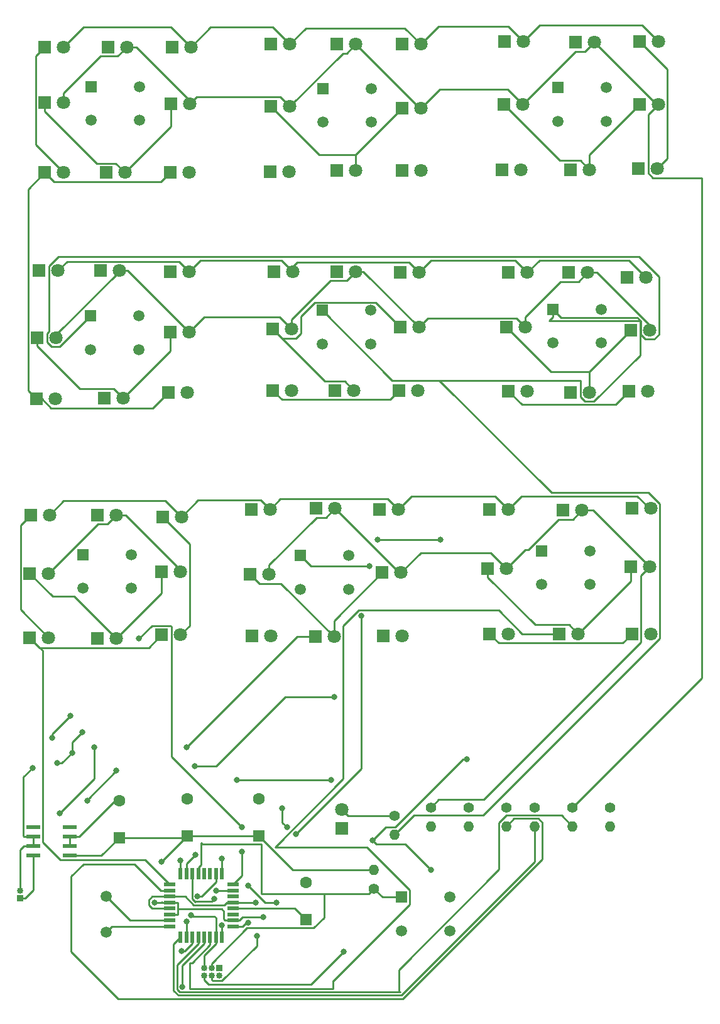
<source format=gbr>
%TF.GenerationSoftware,KiCad,Pcbnew,(5.1.7)-1*%
%TF.CreationDate,2021-01-28T11:15:26+10:00*%
%TF.ProjectId,TickTacToe,5469636b-5461-4635-946f-652e6b696361,rev?*%
%TF.SameCoordinates,Original*%
%TF.FileFunction,Copper,L1,Top*%
%TF.FilePolarity,Positive*%
%FSLAX46Y46*%
G04 Gerber Fmt 4.6, Leading zero omitted, Abs format (unit mm)*
G04 Created by KiCad (PCBNEW (5.1.7)-1) date 2021-01-28 11:15:26*
%MOMM*%
%LPD*%
G01*
G04 APERTURE LIST*
%TA.AperFunction,ComponentPad*%
%ADD10O,0.850000X0.850000*%
%TD*%
%TA.AperFunction,ComponentPad*%
%ADD11R,0.850000X0.850000*%
%TD*%
%TA.AperFunction,ComponentPad*%
%ADD12R,1.600000X1.600000*%
%TD*%
%TA.AperFunction,ComponentPad*%
%ADD13C,1.600000*%
%TD*%
%TA.AperFunction,ComponentPad*%
%ADD14R,1.800000X1.800000*%
%TD*%
%TA.AperFunction,ComponentPad*%
%ADD15C,1.800000*%
%TD*%
%TA.AperFunction,ComponentPad*%
%ADD16O,1.400000X1.400000*%
%TD*%
%TA.AperFunction,ComponentPad*%
%ADD17C,1.400000*%
%TD*%
%TA.AperFunction,ComponentPad*%
%ADD18C,1.498000*%
%TD*%
%TA.AperFunction,ComponentPad*%
%ADD19R,1.498000X1.498000*%
%TD*%
%TA.AperFunction,SMDPad,CuDef*%
%ADD20R,1.600000X0.550000*%
%TD*%
%TA.AperFunction,SMDPad,CuDef*%
%ADD21R,0.550000X1.600000*%
%TD*%
%TA.AperFunction,ComponentPad*%
%ADD22C,1.500000*%
%TD*%
%TA.AperFunction,SMDPad,CuDef*%
%ADD23R,1.970000X0.600000*%
%TD*%
%TA.AperFunction,ViaPad*%
%ADD24C,0.800000*%
%TD*%
%TA.AperFunction,Conductor*%
%ADD25C,0.250000*%
%TD*%
G04 APERTURE END LIST*
D10*
%TO.P,J2,2*%
%TO.N,GND*%
X38608000Y-159782000D03*
D11*
%TO.P,J2,1*%
%TO.N,+BATT*%
X38608000Y-160782000D03*
%TD*%
D12*
%TO.P,C1,1*%
%TO.N,Net-(C1-Pad1)*%
X77089000Y-163703000D03*
D13*
%TO.P,C1,2*%
%TO.N,GND*%
X77089000Y-158703000D03*
%TD*%
%TO.P,C2,2*%
%TO.N,GND*%
X51943000Y-147654000D03*
D12*
%TO.P,C2,1*%
%TO.N,+5V*%
X51943000Y-152654000D03*
%TD*%
D13*
%TO.P,C3,2*%
%TO.N,GND*%
X61087000Y-147400000D03*
D12*
%TO.P,C3,1*%
%TO.N,+5V*%
X61087000Y-152400000D03*
%TD*%
%TO.P,C4,1*%
%TO.N,+5V*%
X70739000Y-152400000D03*
D13*
%TO.P,C4,2*%
%TO.N,GND*%
X70739000Y-147400000D03*
%TD*%
D14*
%TO.P,D1,1*%
%TO.N,GND*%
X81915000Y-151384000D03*
D15*
%TO.P,D1,2*%
%TO.N,Net-(D1-Pad2)*%
X81915000Y-148844000D03*
%TD*%
%TO.P,D2,2*%
%TO.N,X3*%
X44450000Y-46228000D03*
D14*
%TO.P,D2,1*%
%TO.N,Net-(D2-Pad1)*%
X41910000Y-46228000D03*
%TD*%
%TO.P,D3,1*%
%TO.N,Net-(D12-Pad2)*%
X41910000Y-53721000D03*
D15*
%TO.P,D3,2*%
%TO.N,C3*%
X44450000Y-53721000D03*
%TD*%
%TO.P,D4,2*%
%TO.N,Net-(D2-Pad1)*%
X44450000Y-63119000D03*
D14*
%TO.P,D4,1*%
%TO.N,D3*%
X41910000Y-63119000D03*
%TD*%
%TO.P,D5,1*%
%TO.N,Net-(D5-Pad1)*%
X41148000Y-76327000D03*
D15*
%TO.P,D5,2*%
%TO.N,X2*%
X43688000Y-76327000D03*
%TD*%
%TO.P,D6,2*%
%TO.N,C2*%
X43434000Y-85344000D03*
D14*
%TO.P,D6,1*%
%TO.N,Net-(D14-Pad2)*%
X40894000Y-85344000D03*
%TD*%
%TO.P,D7,1*%
%TO.N,D3*%
X40767000Y-93599000D03*
D15*
%TO.P,D7,2*%
%TO.N,Net-(D5-Pad1)*%
X43307000Y-93599000D03*
%TD*%
%TO.P,D8,2*%
%TO.N,X1*%
X42545000Y-109220000D03*
D14*
%TO.P,D8,1*%
%TO.N,Net-(D10-Pad2)*%
X40005000Y-109220000D03*
%TD*%
D15*
%TO.P,D9,2*%
%TO.N,C1*%
X42418000Y-117094000D03*
D14*
%TO.P,D9,1*%
%TO.N,Net-(D16-Pad2)*%
X39878000Y-117094000D03*
%TD*%
%TO.P,D10,1*%
%TO.N,D3*%
X39878000Y-125730000D03*
D15*
%TO.P,D10,2*%
%TO.N,Net-(D10-Pad2)*%
X42418000Y-125730000D03*
%TD*%
%TO.P,D11,2*%
%TO.N,C3*%
X52959000Y-46228000D03*
D14*
%TO.P,D11,1*%
%TO.N,Net-(D11-Pad1)*%
X50419000Y-46228000D03*
%TD*%
%TO.P,D12,1*%
%TO.N,D2*%
X50165000Y-63119000D03*
D15*
%TO.P,D12,2*%
%TO.N,Net-(D12-Pad2)*%
X52705000Y-63119000D03*
%TD*%
D14*
%TO.P,D13,1*%
%TO.N,Net-(D13-Pad1)*%
X49403000Y-76327000D03*
D15*
%TO.P,D13,2*%
%TO.N,C2*%
X51943000Y-76327000D03*
%TD*%
%TO.P,D14,2*%
%TO.N,Net-(D14-Pad2)*%
X52451000Y-93472000D03*
D14*
%TO.P,D14,1*%
%TO.N,D2*%
X49911000Y-93472000D03*
%TD*%
%TO.P,D15,1*%
%TO.N,Net-(D15-Pad1)*%
X49022000Y-109220000D03*
D15*
%TO.P,D15,2*%
%TO.N,C1*%
X51562000Y-109220000D03*
%TD*%
%TO.P,D16,2*%
%TO.N,Net-(D16-Pad2)*%
X51562000Y-125857000D03*
D14*
%TO.P,D16,1*%
%TO.N,D2*%
X49022000Y-125857000D03*
%TD*%
D15*
%TO.P,D17,2*%
%TO.N,X3*%
X61595000Y-46228000D03*
D14*
%TO.P,D17,1*%
%TO.N,Net-(D17-Pad1)*%
X59055000Y-46228000D03*
%TD*%
%TO.P,D18,1*%
%TO.N,Net-(D12-Pad2)*%
X58928000Y-53848000D03*
D15*
%TO.P,D18,2*%
%TO.N,C3*%
X61468000Y-53848000D03*
%TD*%
%TO.P,D19,2*%
%TO.N,Net-(D17-Pad1)*%
X61341000Y-63119000D03*
D14*
%TO.P,D19,1*%
%TO.N,D3*%
X58801000Y-63119000D03*
%TD*%
%TO.P,D20,1*%
%TO.N,Net-(D20-Pad1)*%
X58801000Y-76454000D03*
D15*
%TO.P,D20,2*%
%TO.N,X2*%
X61341000Y-76454000D03*
%TD*%
%TO.P,D21,2*%
%TO.N,C2*%
X61341000Y-84582000D03*
D14*
%TO.P,D21,1*%
%TO.N,Net-(D14-Pad2)*%
X58801000Y-84582000D03*
%TD*%
%TO.P,D22,1*%
%TO.N,D3*%
X58547000Y-92710000D03*
D15*
%TO.P,D22,2*%
%TO.N,Net-(D20-Pad1)*%
X61087000Y-92710000D03*
%TD*%
%TO.P,D23,2*%
%TO.N,X1*%
X60325000Y-109474000D03*
D14*
%TO.P,D23,1*%
%TO.N,Net-(D23-Pad1)*%
X57785000Y-109474000D03*
%TD*%
D15*
%TO.P,D24,2*%
%TO.N,C1*%
X60198000Y-116840000D03*
D14*
%TO.P,D24,1*%
%TO.N,Net-(D16-Pad2)*%
X57658000Y-116840000D03*
%TD*%
%TO.P,D25,1*%
%TO.N,D3*%
X57658000Y-125349000D03*
D15*
%TO.P,D25,2*%
%TO.N,Net-(D23-Pad1)*%
X60198000Y-125349000D03*
%TD*%
D14*
%TO.P,D26,1*%
%TO.N,Net-(D26-Pad1)*%
X69723000Y-108458000D03*
D15*
%TO.P,D26,2*%
%TO.N,X1*%
X72263000Y-108458000D03*
%TD*%
%TO.P,D27,2*%
%TO.N,C1*%
X72136000Y-117221000D03*
D14*
%TO.P,D27,1*%
%TO.N,Net-(D27-Pad1)*%
X69596000Y-117221000D03*
%TD*%
%TO.P,D28,1*%
%TO.N,D7*%
X69850000Y-125476000D03*
D15*
%TO.P,D28,2*%
%TO.N,Net-(D26-Pad1)*%
X72390000Y-125476000D03*
%TD*%
D14*
%TO.P,D29,1*%
%TO.N,Net-(D29-Pad1)*%
X72771000Y-76454000D03*
D15*
%TO.P,D29,2*%
%TO.N,X2*%
X75311000Y-76454000D03*
%TD*%
%TO.P,D30,2*%
%TO.N,C2*%
X75184000Y-84201000D03*
D14*
%TO.P,D30,1*%
%TO.N,Net-(D30-Pad1)*%
X72644000Y-84201000D03*
%TD*%
%TO.P,D31,1*%
%TO.N,D7*%
X72644000Y-92456000D03*
D15*
%TO.P,D31,2*%
%TO.N,Net-(D29-Pad1)*%
X75184000Y-92456000D03*
%TD*%
D14*
%TO.P,D32,1*%
%TO.N,Net-(D32-Pad1)*%
X72390000Y-45847000D03*
D15*
%TO.P,D32,2*%
%TO.N,X3*%
X74930000Y-45847000D03*
%TD*%
%TO.P,D33,2*%
%TO.N,C3*%
X74930000Y-54229000D03*
D14*
%TO.P,D33,1*%
%TO.N,Net-(D33-Pad1)*%
X72390000Y-54229000D03*
%TD*%
%TO.P,D34,1*%
%TO.N,D7*%
X72263000Y-62992000D03*
D15*
%TO.P,D34,2*%
%TO.N,Net-(D32-Pad1)*%
X74803000Y-62992000D03*
%TD*%
%TO.P,D35,2*%
%TO.N,C1*%
X81026000Y-108331000D03*
D14*
%TO.P,D35,1*%
%TO.N,Net-(D35-Pad1)*%
X78486000Y-108331000D03*
%TD*%
D15*
%TO.P,D36,2*%
%TO.N,Net-(D27-Pad1)*%
X80899000Y-125603000D03*
D14*
%TO.P,D36,1*%
%TO.N,D6*%
X78359000Y-125603000D03*
%TD*%
%TO.P,D37,1*%
%TO.N,Net-(D37-Pad1)*%
X81280000Y-76454000D03*
D15*
%TO.P,D37,2*%
%TO.N,C2*%
X83820000Y-76454000D03*
%TD*%
%TO.P,D38,2*%
%TO.N,Net-(D30-Pad1)*%
X83566000Y-92456000D03*
D14*
%TO.P,D38,1*%
%TO.N,D6*%
X81026000Y-92456000D03*
%TD*%
%TO.P,D39,1*%
%TO.N,Net-(D39-Pad1)*%
X81280000Y-45847000D03*
D15*
%TO.P,D39,2*%
%TO.N,C3*%
X83820000Y-45847000D03*
%TD*%
%TO.P,D40,2*%
%TO.N,Net-(D33-Pad1)*%
X83820000Y-62865000D03*
D14*
%TO.P,D40,1*%
%TO.N,D6*%
X81280000Y-62865000D03*
%TD*%
D15*
%TO.P,D41,2*%
%TO.N,X1*%
X89535000Y-108458000D03*
D14*
%TO.P,D41,1*%
%TO.N,Net-(D41-Pad1)*%
X86995000Y-108458000D03*
%TD*%
D15*
%TO.P,D42,2*%
%TO.N,C1*%
X89916000Y-116967000D03*
D14*
%TO.P,D42,1*%
%TO.N,Net-(D27-Pad1)*%
X87376000Y-116967000D03*
%TD*%
%TO.P,D43,1*%
%TO.N,D7*%
X87503000Y-125476000D03*
D15*
%TO.P,D43,2*%
%TO.N,Net-(D41-Pad1)*%
X90043000Y-125476000D03*
%TD*%
%TO.P,D44,2*%
%TO.N,X2*%
X92329000Y-76581000D03*
D14*
%TO.P,D44,1*%
%TO.N,Net-(D44-Pad1)*%
X89789000Y-76581000D03*
%TD*%
D15*
%TO.P,D45,2*%
%TO.N,C2*%
X92329000Y-83947000D03*
D14*
%TO.P,D45,1*%
%TO.N,Net-(D30-Pad1)*%
X89789000Y-83947000D03*
%TD*%
%TO.P,D46,1*%
%TO.N,D7*%
X89662000Y-92456000D03*
D15*
%TO.P,D46,2*%
%TO.N,Net-(D44-Pad1)*%
X92202000Y-92456000D03*
%TD*%
D14*
%TO.P,D47,1*%
%TO.N,Net-(D47-Pad1)*%
X90043000Y-45847000D03*
D15*
%TO.P,D47,2*%
%TO.N,X3*%
X92583000Y-45847000D03*
%TD*%
%TO.P,D48,2*%
%TO.N,C3*%
X92583000Y-54483000D03*
D14*
%TO.P,D48,1*%
%TO.N,Net-(D33-Pad1)*%
X90043000Y-54483000D03*
%TD*%
%TO.P,D49,1*%
%TO.N,D7*%
X90043000Y-62865000D03*
D15*
%TO.P,D49,2*%
%TO.N,Net-(D47-Pad1)*%
X92583000Y-62865000D03*
%TD*%
%TO.P,D50,2*%
%TO.N,X3*%
X106426000Y-45466000D03*
D14*
%TO.P,D50,1*%
%TO.N,Net-(D50-Pad1)*%
X103886000Y-45466000D03*
%TD*%
%TO.P,D51,1*%
%TO.N,Net-(D51-Pad1)*%
X103759000Y-53975000D03*
D15*
%TO.P,D51,2*%
%TO.N,C3*%
X106299000Y-53975000D03*
%TD*%
%TO.P,D52,2*%
%TO.N,Net-(D50-Pad1)*%
X106045000Y-62738000D03*
D14*
%TO.P,D52,1*%
%TO.N,D11*%
X103505000Y-62738000D03*
%TD*%
D15*
%TO.P,D53,2*%
%TO.N,X2*%
X106934000Y-76581000D03*
D14*
%TO.P,D53,1*%
%TO.N,Net-(D53-Pad1)*%
X104394000Y-76581000D03*
%TD*%
%TO.P,D54,1*%
%TO.N,Net-(D54-Pad1)*%
X104140000Y-83947000D03*
D15*
%TO.P,D54,2*%
%TO.N,C2*%
X106680000Y-83947000D03*
%TD*%
%TO.P,D55,2*%
%TO.N,Net-(D53-Pad1)*%
X106934000Y-92583000D03*
D14*
%TO.P,D55,1*%
%TO.N,D11*%
X104394000Y-92583000D03*
%TD*%
%TO.P,D56,1*%
%TO.N,Net-(D56-Pad1)*%
X101854000Y-108458000D03*
D15*
%TO.P,D56,2*%
%TO.N,X1*%
X104394000Y-108458000D03*
%TD*%
D14*
%TO.P,D57,1*%
%TO.N,Net-(D57-Pad1)*%
X101600000Y-116459000D03*
D15*
%TO.P,D57,2*%
%TO.N,C1*%
X104140000Y-116459000D03*
%TD*%
%TO.P,D58,2*%
%TO.N,Net-(D56-Pad1)*%
X104394000Y-125222000D03*
D14*
%TO.P,D58,1*%
%TO.N,D11*%
X101854000Y-125222000D03*
%TD*%
%TO.P,D59,1*%
%TO.N,Net-(D59-Pad1)*%
X113411000Y-45593000D03*
D15*
%TO.P,D59,2*%
%TO.N,C3*%
X115951000Y-45593000D03*
%TD*%
D14*
%TO.P,D60,1*%
%TO.N,D10*%
X112776000Y-62738000D03*
D15*
%TO.P,D60,2*%
%TO.N,Net-(D51-Pad1)*%
X115316000Y-62738000D03*
%TD*%
D14*
%TO.P,D61,1*%
%TO.N,Net-(D61-Pad1)*%
X112522000Y-76581000D03*
D15*
%TO.P,D61,2*%
%TO.N,C2*%
X115062000Y-76581000D03*
%TD*%
D14*
%TO.P,D62,1*%
%TO.N,D10*%
X112776000Y-92710000D03*
D15*
%TO.P,D62,2*%
%TO.N,Net-(D54-Pad1)*%
X115316000Y-92710000D03*
%TD*%
%TO.P,D63,2*%
%TO.N,C1*%
X114300000Y-108585000D03*
D14*
%TO.P,D63,1*%
%TO.N,Net-(D63-Pad1)*%
X111760000Y-108585000D03*
%TD*%
%TO.P,D64,1*%
%TO.N,D10*%
X111252000Y-125222000D03*
D15*
%TO.P,D64,2*%
%TO.N,Net-(D57-Pad1)*%
X113792000Y-125222000D03*
%TD*%
%TO.P,D65,2*%
%TO.N,X3*%
X124587000Y-45466000D03*
D14*
%TO.P,D65,1*%
%TO.N,Net-(D65-Pad1)*%
X122047000Y-45466000D03*
%TD*%
%TO.P,D66,1*%
%TO.N,Net-(D51-Pad1)*%
X122047000Y-53975000D03*
D15*
%TO.P,D66,2*%
%TO.N,C3*%
X124587000Y-53975000D03*
%TD*%
%TO.P,D67,2*%
%TO.N,Net-(D65-Pad1)*%
X124460000Y-62611000D03*
D14*
%TO.P,D67,1*%
%TO.N,D11*%
X121920000Y-62611000D03*
%TD*%
D15*
%TO.P,D68,2*%
%TO.N,X2*%
X122936000Y-77216000D03*
D14*
%TO.P,D68,1*%
%TO.N,Net-(D68-Pad1)*%
X120396000Y-77216000D03*
%TD*%
%TO.P,D69,1*%
%TO.N,Net-(D54-Pad1)*%
X120904000Y-84328000D03*
D15*
%TO.P,D69,2*%
%TO.N,C2*%
X123444000Y-84328000D03*
%TD*%
%TO.P,D70,2*%
%TO.N,Net-(D68-Pad1)*%
X123190000Y-92583000D03*
D14*
%TO.P,D70,1*%
%TO.N,D11*%
X120650000Y-92583000D03*
%TD*%
%TO.P,D71,1*%
%TO.N,Net-(D71-Pad1)*%
X121031000Y-108331000D03*
D15*
%TO.P,D71,2*%
%TO.N,X1*%
X123571000Y-108331000D03*
%TD*%
D14*
%TO.P,D72,1*%
%TO.N,Net-(D57-Pad1)*%
X120904000Y-116205000D03*
D15*
%TO.P,D72,2*%
%TO.N,C1*%
X123444000Y-116205000D03*
%TD*%
%TO.P,D73,2*%
%TO.N,Net-(D73-Pad2)*%
X123571000Y-125222000D03*
D14*
%TO.P,D73,1*%
%TO.N,D11*%
X121031000Y-125222000D03*
%TD*%
D11*
%TO.P,J1,1*%
%TO.N,D12*%
X65405000Y-170196000D03*
D10*
%TO.P,J1,2*%
%TO.N,D13*%
X65405000Y-171196000D03*
%TO.P,J1,3*%
%TO.N,RESET*%
X64405000Y-170196000D03*
%TO.P,J1,4*%
%TO.N,+5V*%
X64405000Y-171196000D03*
%TO.P,J1,5*%
%TO.N,D11*%
X63405000Y-170196000D03*
%TO.P,J1,6*%
%TO.N,GND*%
X63405000Y-171196000D03*
%TD*%
D16*
%TO.P,R1,2*%
%TO.N,D13*%
X89027000Y-152273000D03*
D17*
%TO.P,R1,1*%
%TO.N,Net-(D1-Pad2)*%
X89027000Y-149733000D03*
%TD*%
D16*
%TO.P,R2,2*%
%TO.N,+5V*%
X86233000Y-156972000D03*
D17*
%TO.P,R2,1*%
%TO.N,RESET*%
X86233000Y-159512000D03*
%TD*%
%TO.P,R3,1*%
%TO.N,X3*%
X118110000Y-148590000D03*
D16*
%TO.P,R3,2*%
%TO.N,D9*%
X118110000Y-151130000D03*
%TD*%
%TO.P,R4,2*%
%TO.N,D8*%
X113030000Y-151130000D03*
D17*
%TO.P,R4,1*%
%TO.N,C3*%
X113030000Y-148590000D03*
%TD*%
%TO.P,R5,1*%
%TO.N,X2*%
X107950000Y-148590000D03*
D16*
%TO.P,R5,2*%
%TO.N,D5*%
X107950000Y-151130000D03*
%TD*%
D17*
%TO.P,R6,1*%
%TO.N,C2*%
X104140000Y-148590000D03*
D16*
%TO.P,R6,2*%
%TO.N,D4*%
X104140000Y-151130000D03*
%TD*%
%TO.P,R7,2*%
%TO.N,D1*%
X99060000Y-151130000D03*
D17*
%TO.P,R7,1*%
%TO.N,X1*%
X99060000Y-148590000D03*
%TD*%
%TO.P,R8,1*%
%TO.N,C1*%
X93980000Y-148590000D03*
D16*
%TO.P,R8,2*%
%TO.N,D0*%
X93980000Y-151130000D03*
%TD*%
D18*
%TO.P,SW1,3*%
%TO.N,N/C*%
X89968000Y-165191000D03*
D19*
%TO.P,SW1,1*%
%TO.N,RESET*%
X89968000Y-160691000D03*
D18*
%TO.P,SW1,4*%
%TO.N,N/C*%
X96468000Y-165191000D03*
%TO.P,SW1,2*%
%TO.N,GND*%
X96468000Y-160691000D03*
%TD*%
%TO.P,SW2,3*%
%TO.N,N/C*%
X48185000Y-56098000D03*
D19*
%TO.P,SW2,1*%
%TO.N,A0*%
X48185000Y-51598000D03*
D18*
%TO.P,SW2,4*%
%TO.N,N/C*%
X54685000Y-56098000D03*
%TO.P,SW2,2*%
%TO.N,A1*%
X54685000Y-51598000D03*
%TD*%
%TO.P,SW3,3*%
%TO.N,N/C*%
X48058000Y-86959000D03*
D19*
%TO.P,SW3,1*%
%TO.N,D13*%
X48058000Y-82459000D03*
D18*
%TO.P,SW3,4*%
%TO.N,N/C*%
X54558000Y-86959000D03*
%TO.P,SW3,2*%
%TO.N,A1*%
X54558000Y-82459000D03*
%TD*%
%TO.P,SW4,2*%
%TO.N,A1*%
X53542000Y-114590000D03*
%TO.P,SW4,4*%
%TO.N,N/C*%
X53542000Y-119090000D03*
D19*
%TO.P,SW4,1*%
%TO.N,D12*%
X47042000Y-114590000D03*
D18*
%TO.P,SW4,3*%
%TO.N,N/C*%
X47042000Y-119090000D03*
%TD*%
%TO.P,SW5,2*%
%TO.N,A2*%
X85927000Y-51852000D03*
%TO.P,SW5,4*%
%TO.N,N/C*%
X85927000Y-56352000D03*
D19*
%TO.P,SW5,1*%
%TO.N,A0*%
X79427000Y-51852000D03*
D18*
%TO.P,SW5,3*%
%TO.N,N/C*%
X79427000Y-56352000D03*
%TD*%
%TO.P,SW6,2*%
%TO.N,A2*%
X85800000Y-81697000D03*
%TO.P,SW6,4*%
%TO.N,N/C*%
X85800000Y-86197000D03*
D19*
%TO.P,SW6,1*%
%TO.N,D13*%
X79300000Y-81697000D03*
D18*
%TO.P,SW6,3*%
%TO.N,N/C*%
X79300000Y-86197000D03*
%TD*%
%TO.P,SW7,2*%
%TO.N,A2*%
X82879000Y-114717000D03*
%TO.P,SW7,4*%
%TO.N,N/C*%
X82879000Y-119217000D03*
D19*
%TO.P,SW7,1*%
%TO.N,D12*%
X76379000Y-114717000D03*
D18*
%TO.P,SW7,3*%
%TO.N,N/C*%
X76379000Y-119217000D03*
%TD*%
%TO.P,SW8,2*%
%TO.N,A3*%
X117550000Y-51725000D03*
%TO.P,SW8,4*%
%TO.N,N/C*%
X117550000Y-56225000D03*
D19*
%TO.P,SW8,1*%
%TO.N,A0*%
X111050000Y-51725000D03*
D18*
%TO.P,SW8,3*%
%TO.N,N/C*%
X111050000Y-56225000D03*
%TD*%
%TO.P,SW9,3*%
%TO.N,N/C*%
X110415000Y-86070000D03*
D19*
%TO.P,SW9,1*%
%TO.N,D13*%
X110415000Y-81570000D03*
D18*
%TO.P,SW9,4*%
%TO.N,N/C*%
X116915000Y-86070000D03*
%TO.P,SW9,2*%
%TO.N,A3*%
X116915000Y-81570000D03*
%TD*%
%TO.P,SW10,3*%
%TO.N,N/C*%
X108891000Y-118582000D03*
D19*
%TO.P,SW10,1*%
%TO.N,D12*%
X108891000Y-114082000D03*
D18*
%TO.P,SW10,4*%
%TO.N,N/C*%
X115391000Y-118582000D03*
%TO.P,SW10,2*%
%TO.N,A3*%
X115391000Y-114082000D03*
%TD*%
D20*
%TO.P,U1,1*%
%TO.N,D3*%
X58742000Y-158998000D03*
%TO.P,U1,2*%
%TO.N,D4*%
X58742000Y-159798000D03*
%TO.P,U1,3*%
%TO.N,GND*%
X58742000Y-160598000D03*
%TO.P,U1,4*%
%TO.N,+5V*%
X58742000Y-161398000D03*
%TO.P,U1,5*%
%TO.N,GND*%
X58742000Y-162198000D03*
%TO.P,U1,6*%
%TO.N,+5V*%
X58742000Y-162998000D03*
%TO.P,U1,7*%
%TO.N,Net-(U1-Pad7)*%
X58742000Y-163798000D03*
%TO.P,U1,8*%
%TO.N,Net-(U1-Pad8)*%
X58742000Y-164598000D03*
D21*
%TO.P,U1,9*%
%TO.N,D5*%
X60192000Y-166048000D03*
%TO.P,U1,10*%
%TO.N,D6*%
X60992000Y-166048000D03*
%TO.P,U1,11*%
%TO.N,D7*%
X61792000Y-166048000D03*
%TO.P,U1,12*%
%TO.N,D8*%
X62592000Y-166048000D03*
%TO.P,U1,13*%
%TO.N,D9*%
X63392000Y-166048000D03*
%TO.P,U1,14*%
%TO.N,D10*%
X64192000Y-166048000D03*
%TO.P,U1,15*%
%TO.N,D11*%
X64992000Y-166048000D03*
%TO.P,U1,16*%
%TO.N,D12*%
X65792000Y-166048000D03*
D20*
%TO.P,U1,17*%
%TO.N,D13*%
X67242000Y-164598000D03*
%TO.P,U1,18*%
%TO.N,+5V*%
X67242000Y-163798000D03*
%TO.P,U1,19*%
%TO.N,Net-(U1-Pad19)*%
X67242000Y-162998000D03*
%TO.P,U1,20*%
%TO.N,Net-(C1-Pad1)*%
X67242000Y-162198000D03*
%TO.P,U1,21*%
%TO.N,GND*%
X67242000Y-161398000D03*
%TO.P,U1,22*%
%TO.N,Net-(U1-Pad22)*%
X67242000Y-160598000D03*
%TO.P,U1,23*%
%TO.N,A0*%
X67242000Y-159798000D03*
%TO.P,U1,24*%
%TO.N,A1*%
X67242000Y-158998000D03*
D21*
%TO.P,U1,25*%
%TO.N,A2*%
X65792000Y-157548000D03*
%TO.P,U1,26*%
%TO.N,A3*%
X64992000Y-157548000D03*
%TO.P,U1,27*%
%TO.N,A4*%
X64192000Y-157548000D03*
%TO.P,U1,28*%
%TO.N,A5*%
X63392000Y-157548000D03*
%TO.P,U1,29*%
%TO.N,RESET*%
X62592000Y-157548000D03*
%TO.P,U1,30*%
%TO.N,D0*%
X61792000Y-157548000D03*
%TO.P,U1,31*%
%TO.N,D1*%
X60992000Y-157548000D03*
%TO.P,U1,32*%
%TO.N,D2*%
X60192000Y-157548000D03*
%TD*%
D22*
%TO.P,Y1,1*%
%TO.N,Net-(U1-Pad7)*%
X50165000Y-160528000D03*
%TO.P,Y1,2*%
%TO.N,Net-(U1-Pad8)*%
X50165000Y-165408000D03*
%TD*%
D23*
%TO.P,U2,1*%
%TO.N,+5V*%
X45269000Y-155067000D03*
%TO.P,U2,2*%
%TO.N,GND*%
X45269000Y-153797000D03*
%TO.P,U2,3*%
X45269000Y-152527000D03*
%TO.P,U2,4*%
%TO.N,Net-(U2-Pad4)*%
X45269000Y-151257000D03*
%TO.P,U2,5*%
%TO.N,Net-(U2-Pad5)*%
X40329000Y-151257000D03*
%TO.P,U2,6*%
%TO.N,GND*%
X40329000Y-152527000D03*
%TO.P,U2,7*%
X40329000Y-153797000D03*
%TO.P,U2,8*%
%TO.N,+BATT*%
X40329000Y-155067000D03*
%TD*%
D24*
%TO.N,GND*%
X93980000Y-156972000D03*
X86106000Y-153035000D03*
X70358000Y-161417000D03*
X45593000Y-141224000D03*
X46990000Y-138430000D03*
X67818000Y-144907000D03*
X80518000Y-144907000D03*
X98806000Y-142113000D03*
X40259000Y-143256000D03*
X43561000Y-142621000D03*
X82169000Y-168021000D03*
%TO.N,+5V*%
X56661000Y-161398000D03*
X57616999Y-155870001D03*
X70485000Y-165862000D03*
X71374000Y-163322000D03*
%TO.N,D2*%
X60192000Y-155708000D03*
X42926000Y-139192000D03*
X45339000Y-136271000D03*
%TO.N,D7*%
X60325000Y-167894000D03*
%TO.N,D6*%
X61023500Y-140525500D03*
X48577500Y-140525500D03*
X60992000Y-163989000D03*
X43942000Y-149352000D03*
%TO.N,D11*%
X80899000Y-133731000D03*
X62103000Y-143002000D03*
X61595000Y-163068000D03*
X51562000Y-143637000D03*
X47625000Y-147701000D03*
%TO.N,D12*%
X65792000Y-164471000D03*
X73914000Y-148717000D03*
X74549000Y-151257000D03*
X95250000Y-112522000D03*
X86741000Y-112522000D03*
X85661500Y-116141500D03*
%TO.N,D13*%
X69342000Y-164084000D03*
%TO.N,D9*%
X60452000Y-172720000D03*
%TO.N,D1*%
X62230000Y-154940000D03*
%TO.N,D0*%
X64770000Y-160909000D03*
X73152000Y-161417000D03*
X69342000Y-159131000D03*
%TO.N,A0*%
X64992000Y-159798000D03*
%TO.N,A1*%
X54616001Y-125863001D03*
X68453000Y-151257000D03*
X68453000Y-154559000D03*
%TO.N,A2*%
X65792000Y-155454000D03*
X75755500Y-152209500D03*
X84582000Y-122809000D03*
%TO.N,A3*%
X62484000Y-160528000D03*
%TD*%
D25*
%TO.N,Net-(C1-Pad1)*%
X75584000Y-162198000D02*
X67242000Y-162198000D01*
X77089000Y-163703000D02*
X75584000Y-162198000D01*
%TO.N,GND*%
X90516285Y-153508285D02*
X86579285Y-153508285D01*
X93980000Y-156972000D02*
X90516285Y-153508285D01*
X86579285Y-153508285D02*
X86106000Y-153035000D01*
X86106000Y-153035000D02*
X86106000Y-153035000D01*
X70339000Y-161398000D02*
X70358000Y-161417000D01*
X67242000Y-161398000D02*
X70339000Y-161398000D01*
X56387998Y-162198000D02*
X58742000Y-162198000D01*
X55935999Y-161049999D02*
X55935999Y-161746001D01*
X55935999Y-161746001D02*
X56387998Y-162198000D01*
X56387998Y-160598000D02*
X55935999Y-161049999D01*
X58742000Y-160598000D02*
X56387998Y-160598000D01*
X45593000Y-139827000D02*
X46990000Y-138430000D01*
X45593000Y-141224000D02*
X45593000Y-139827000D01*
X67818000Y-144907000D02*
X80518000Y-144907000D01*
X80518000Y-144907000D02*
X80518000Y-144907000D01*
X87893001Y-151247999D02*
X86106000Y-153035000D01*
X98240315Y-142113000D02*
X89105316Y-151247999D01*
X89105316Y-151247999D02*
X87893001Y-151247999D01*
X98806000Y-142113000D02*
X98240315Y-142113000D01*
X51377000Y-147654000D02*
X51943000Y-147654000D01*
X46504000Y-152527000D02*
X51377000Y-147654000D01*
X45269000Y-152527000D02*
X46504000Y-152527000D01*
X45269000Y-152527000D02*
X45269000Y-153797000D01*
X40329000Y-152527000D02*
X40329000Y-153797000D01*
X39018999Y-152451999D02*
X39018999Y-144496001D01*
X39094000Y-152527000D02*
X39018999Y-152451999D01*
X40329000Y-152527000D02*
X39094000Y-152527000D01*
X39018999Y-144496001D02*
X40259000Y-143256000D01*
X40259000Y-143256000D02*
X40259000Y-143256000D01*
X44196000Y-142621000D02*
X45593000Y-141224000D01*
X43561000Y-142621000D02*
X44196000Y-142621000D01*
X64014560Y-172406600D02*
X77783400Y-172406600D01*
X63405000Y-171797040D02*
X64014560Y-172406600D01*
X63405000Y-171196000D02*
X63405000Y-171797040D01*
X77783400Y-172406600D02*
X82169000Y-168021000D01*
X82169000Y-168021000D02*
X82169000Y-168021000D01*
X66459008Y-161398000D02*
X67242000Y-161398000D01*
X66116999Y-161740009D02*
X66459008Y-161398000D01*
X61986597Y-161740009D02*
X66116999Y-161740009D01*
X60844588Y-160598000D02*
X61986597Y-161740009D01*
X58742000Y-160598000D02*
X60844588Y-160598000D01*
X39094000Y-153797000D02*
X40329000Y-153797000D01*
X38608000Y-154283000D02*
X39094000Y-153797000D01*
X38608000Y-159782000D02*
X38608000Y-154283000D01*
%TO.N,+5V*%
X49530000Y-155067000D02*
X51943000Y-152654000D01*
X45269000Y-155067000D02*
X49530000Y-155067000D01*
X60833000Y-152654000D02*
X61087000Y-152400000D01*
X51943000Y-152654000D02*
X60833000Y-152654000D01*
X61087000Y-152400000D02*
X70739000Y-152400000D01*
X57692000Y-161398000D02*
X58742000Y-161398000D01*
X57616999Y-161322999D02*
X57692000Y-161398000D01*
X61087000Y-152400000D02*
X57616999Y-155870001D01*
X59792000Y-162998000D02*
X58742000Y-162998000D01*
X59867001Y-162922999D02*
X59792000Y-162998000D01*
X59792000Y-161398000D02*
X59867001Y-161473001D01*
X58742000Y-161398000D02*
X59792000Y-161398000D01*
X75311000Y-156972000D02*
X86233000Y-156972000D01*
X70739000Y-152400000D02*
X75311000Y-156972000D01*
X66192000Y-163798000D02*
X66040000Y-163646000D01*
X67242000Y-163798000D02*
X66192000Y-163798000D01*
X66040000Y-163646000D02*
X66040000Y-162560000D01*
X65735999Y-162255999D02*
X59867001Y-162255999D01*
X66040000Y-162560000D02*
X65735999Y-162255999D01*
X59867001Y-162255999D02*
X59867001Y-162922999D01*
X59867001Y-161473001D02*
X59867001Y-162255999D01*
X57692000Y-161398000D02*
X56661000Y-161398000D01*
X56661000Y-161398000D02*
X56661000Y-161398000D01*
X57616999Y-155870001D02*
X57616999Y-155870001D01*
X65765001Y-171946001D02*
X70485000Y-167226002D01*
X64553961Y-171946001D02*
X65765001Y-171946001D01*
X64405000Y-171797040D02*
X64553961Y-171946001D01*
X64405000Y-171196000D02*
X64405000Y-171797040D01*
X70485000Y-167226002D02*
X70485000Y-165862000D01*
X68102002Y-163798000D02*
X67242000Y-163798000D01*
X68578002Y-163322000D02*
X68102002Y-163798000D01*
X71374000Y-163322000D02*
X68578002Y-163322000D01*
%TO.N,Net-(D1-Pad2)*%
X82804000Y-149733000D02*
X81915000Y-148844000D01*
X89027000Y-149733000D02*
X82804000Y-149733000D01*
%TO.N,X3*%
X44450000Y-46228000D02*
X47117000Y-43561000D01*
X58928000Y-43561000D02*
X61595000Y-46228000D01*
X47117000Y-43561000D02*
X58928000Y-43561000D01*
X61595000Y-46228000D02*
X64262000Y-43561000D01*
X72644000Y-43561000D02*
X74930000Y-45847000D01*
X64262000Y-43561000D02*
X72644000Y-43561000D01*
X74930000Y-45847000D02*
X77089000Y-43688000D01*
X90424000Y-43688000D02*
X92583000Y-45847000D01*
X77089000Y-43688000D02*
X90424000Y-43688000D01*
X92583000Y-45847000D02*
X94996000Y-43434000D01*
X104394000Y-43434000D02*
X106426000Y-45466000D01*
X94996000Y-43434000D02*
X104394000Y-43434000D01*
X106426000Y-45466000D02*
X108585000Y-43307000D01*
X122428000Y-43307000D02*
X124587000Y-45466000D01*
X108585000Y-43307000D02*
X122428000Y-43307000D01*
%TO.N,Net-(D2-Pad1)*%
X40684999Y-47453001D02*
X41910000Y-46228000D01*
X40684999Y-59353999D02*
X40684999Y-47453001D01*
X44450000Y-63119000D02*
X40684999Y-59353999D01*
%TO.N,Net-(D12-Pad2)*%
X58928000Y-56896000D02*
X52705000Y-63119000D01*
X58928000Y-53848000D02*
X58928000Y-56896000D01*
X51479999Y-61893999D02*
X52705000Y-63119000D01*
X48932999Y-61893999D02*
X51479999Y-61893999D01*
X41910000Y-54871000D02*
X48932999Y-61893999D01*
X41910000Y-53721000D02*
X41910000Y-54871000D01*
%TO.N,C3*%
X113455999Y-46818001D02*
X106299000Y-53975000D01*
X114725999Y-46818001D02*
X113455999Y-46818001D01*
X115951000Y-45593000D02*
X114725999Y-46818001D01*
X124333000Y-53975000D02*
X124587000Y-53975000D01*
X115951000Y-45593000D02*
X124333000Y-53975000D01*
X51733999Y-47453001D02*
X52959000Y-46228000D01*
X49445207Y-47453001D02*
X51733999Y-47453001D01*
X44450000Y-52448208D02*
X49445207Y-47453001D01*
X44450000Y-53721000D02*
X44450000Y-52448208D01*
X61468000Y-53464208D02*
X61468000Y-53848000D01*
X54231792Y-46228000D02*
X61468000Y-53464208D01*
X52959000Y-46228000D02*
X54231792Y-46228000D01*
X73649001Y-52948001D02*
X74930000Y-54229000D01*
X62367999Y-52948001D02*
X73649001Y-52948001D01*
X61468000Y-53848000D02*
X62367999Y-52948001D01*
X82086999Y-47072001D02*
X74930000Y-54229000D01*
X82594999Y-47072001D02*
X82086999Y-47072001D01*
X83820000Y-45847000D02*
X82594999Y-47072001D01*
X92456000Y-54483000D02*
X92583000Y-54483000D01*
X83820000Y-45847000D02*
X92456000Y-54483000D01*
X92583000Y-54483000D02*
X95123000Y-51943000D01*
X104267000Y-51943000D02*
X106299000Y-53975000D01*
X95123000Y-51943000D02*
X104267000Y-51943000D01*
X123234999Y-63199001D02*
X123871999Y-63836001D01*
X123234999Y-55327001D02*
X123234999Y-63199001D01*
X123871999Y-63836001D02*
X130473999Y-63836001D01*
X124587000Y-53975000D02*
X123234999Y-55327001D01*
X130473999Y-131146001D02*
X113030000Y-148590000D01*
X130473999Y-63836001D02*
X130473999Y-131146001D01*
%TO.N,D3*%
X43135001Y-64344001D02*
X41910000Y-63119000D01*
X57575999Y-64344001D02*
X43135001Y-64344001D01*
X58801000Y-63119000D02*
X57575999Y-64344001D01*
X39668999Y-92500999D02*
X40767000Y-93599000D01*
X39668999Y-65360001D02*
X39668999Y-92500999D01*
X41910000Y-63119000D02*
X39668999Y-65360001D01*
X41529000Y-93599000D02*
X40767000Y-93599000D01*
X42754001Y-94824001D02*
X41529000Y-93599000D01*
X56432999Y-94824001D02*
X42754001Y-94824001D01*
X58547000Y-92710000D02*
X56432999Y-94824001D01*
X55924999Y-127082001D02*
X41230001Y-127082001D01*
X41230001Y-127082001D02*
X39878000Y-125730000D01*
X57658000Y-125349000D02*
X55924999Y-127082001D01*
X41639001Y-127491001D02*
X41230001Y-127082001D01*
X41639001Y-153307003D02*
X41639001Y-127491001D01*
X44023999Y-155692001D02*
X41639001Y-153307003D01*
X55436001Y-155692001D02*
X44023999Y-155692001D01*
X58742000Y-158998000D02*
X55436001Y-155692001D01*
%TO.N,X2*%
X59988999Y-75101999D02*
X61341000Y-76454000D01*
X44913001Y-75101999D02*
X59988999Y-75101999D01*
X43688000Y-76327000D02*
X44913001Y-75101999D01*
X61341000Y-76454000D02*
X62865000Y-74930000D01*
X73787000Y-74930000D02*
X75311000Y-76454000D01*
X62865000Y-74930000D02*
X73787000Y-74930000D01*
X75311000Y-76454000D02*
X75311000Y-75819000D01*
X90976999Y-75228999D02*
X92329000Y-76581000D01*
X75901001Y-75228999D02*
X90976999Y-75228999D01*
X75311000Y-75819000D02*
X75901001Y-75228999D01*
X92329000Y-76581000D02*
X93980000Y-74930000D01*
X105283000Y-74930000D02*
X106934000Y-76581000D01*
X93980000Y-74930000D02*
X105283000Y-74930000D01*
X106934000Y-76581000D02*
X108585000Y-74930000D01*
X120650000Y-74930000D02*
X122936000Y-77216000D01*
X108585000Y-74930000D02*
X120650000Y-74930000D01*
%TO.N,C2*%
X51943000Y-76490998D02*
X51943000Y-76327000D01*
X43434000Y-84999998D02*
X51943000Y-76490998D01*
X43434000Y-85344000D02*
X43434000Y-84999998D01*
X53086000Y-76327000D02*
X61341000Y-84582000D01*
X51943000Y-76327000D02*
X53086000Y-76327000D01*
X61341000Y-84582000D02*
X63373000Y-82550000D01*
X73533000Y-82550000D02*
X75184000Y-84201000D01*
X63373000Y-82550000D02*
X73533000Y-82550000D01*
X75184000Y-82928208D02*
X80433207Y-77679001D01*
X82594999Y-77679001D02*
X83820000Y-76454000D01*
X80433207Y-77679001D02*
X82594999Y-77679001D01*
X75184000Y-84201000D02*
X75184000Y-82928208D01*
X84836000Y-76454000D02*
X92329000Y-83947000D01*
X83820000Y-76454000D02*
X84836000Y-76454000D01*
X113836999Y-77806001D02*
X115062000Y-76581000D01*
X111423999Y-77806001D02*
X113836999Y-77806001D01*
X106680000Y-82550000D02*
X111423999Y-77806001D01*
X106680000Y-83947000D02*
X106680000Y-82550000D01*
X123444000Y-83690208D02*
X123444000Y-84328000D01*
X116334792Y-76581000D02*
X123444000Y-83690208D01*
X115062000Y-76581000D02*
X116334792Y-76581000D01*
X93554001Y-82721999D02*
X92329000Y-83947000D01*
X105454999Y-82721999D02*
X93554001Y-82721999D01*
X106680000Y-83947000D02*
X105454999Y-82721999D01*
%TO.N,Net-(D14-Pad2)*%
X46646999Y-92246999D02*
X51225999Y-92246999D01*
X40894000Y-86494000D02*
X46646999Y-92246999D01*
X51225999Y-92246999D02*
X52451000Y-93472000D01*
X40894000Y-85344000D02*
X40894000Y-86494000D01*
X58801000Y-87122000D02*
X52451000Y-93472000D01*
X58801000Y-84582000D02*
X58801000Y-87122000D01*
%TO.N,X1*%
X42545000Y-109220000D02*
X44450000Y-107315000D01*
X58166000Y-107315000D02*
X60325000Y-109474000D01*
X44450000Y-107315000D02*
X58166000Y-107315000D01*
X71037999Y-107232999D02*
X72263000Y-108458000D01*
X62566001Y-107232999D02*
X71037999Y-107232999D01*
X60325000Y-109474000D02*
X62566001Y-107232999D01*
X72263000Y-108458000D02*
X73660000Y-107061000D01*
X88138000Y-107061000D02*
X89535000Y-108458000D01*
X73660000Y-107061000D02*
X88138000Y-107061000D01*
X89535000Y-108458000D02*
X91313000Y-106680000D01*
X102616000Y-106680000D02*
X104394000Y-108458000D01*
X91313000Y-106680000D02*
X102616000Y-106680000D01*
X104394000Y-108458000D02*
X106172000Y-106680000D01*
X123416002Y-108331000D02*
X123571000Y-108331000D01*
X121765002Y-106680000D02*
X123416002Y-108331000D01*
X106172000Y-106680000D02*
X121765002Y-106680000D01*
%TO.N,Net-(D10-Pad2)*%
X38652999Y-110572001D02*
X40005000Y-109220000D01*
X38652999Y-121964999D02*
X38652999Y-110572001D01*
X42418000Y-125730000D02*
X38652999Y-121964999D01*
%TO.N,C1*%
X49066999Y-110445001D02*
X42418000Y-117094000D01*
X50336999Y-110445001D02*
X49066999Y-110445001D01*
X51562000Y-109220000D02*
X50336999Y-110445001D01*
X52834792Y-109220000D02*
X60198000Y-116583208D01*
X60198000Y-116583208D02*
X60198000Y-116840000D01*
X51562000Y-109220000D02*
X52834792Y-109220000D01*
X79800999Y-109556001D02*
X78528207Y-109556001D01*
X72136000Y-115948208D02*
X72136000Y-117221000D01*
X78528207Y-109556001D02*
X72136000Y-115948208D01*
X81026000Y-108331000D02*
X79800999Y-109556001D01*
X89662000Y-116967000D02*
X89916000Y-116967000D01*
X81026000Y-108331000D02*
X89662000Y-116967000D01*
X89916000Y-116967000D02*
X92583000Y-114300000D01*
X101981000Y-114300000D02*
X104140000Y-116459000D01*
X92583000Y-114300000D02*
X101981000Y-114300000D01*
X104140000Y-116459000D02*
X106680000Y-113919000D01*
X113074999Y-109810001D02*
X114300000Y-108585000D01*
X111169999Y-109810001D02*
X113074999Y-109810001D01*
X107061000Y-113919000D02*
X111169999Y-109810001D01*
X106680000Y-113919000D02*
X107061000Y-113919000D01*
X115824000Y-108585000D02*
X123444000Y-116205000D01*
X114300000Y-108585000D02*
X115824000Y-108585000D01*
X95005001Y-147564999D02*
X93980000Y-148590000D01*
X101073003Y-147564999D02*
X95005001Y-147564999D01*
X122256001Y-126382001D02*
X101073003Y-147564999D01*
X122256001Y-117392999D02*
X122256001Y-126382001D01*
X123444000Y-116205000D02*
X122256001Y-117392999D01*
%TO.N,Net-(D16-Pad2)*%
X57658000Y-119761000D02*
X51562000Y-125857000D01*
X57658000Y-116840000D02*
X57658000Y-119761000D01*
X45869001Y-120164001D02*
X51562000Y-125857000D01*
X42948001Y-120164001D02*
X45869001Y-120164001D01*
X39878000Y-117094000D02*
X42948001Y-120164001D01*
%TO.N,D2*%
X60192000Y-157548000D02*
X60192000Y-155708000D01*
X60192000Y-155708000D02*
X60192000Y-155708000D01*
X42926000Y-138684000D02*
X42926000Y-139192000D01*
X45339000Y-136271000D02*
X42926000Y-138684000D01*
%TO.N,Net-(D23-Pad1)*%
X61423001Y-113112001D02*
X57785000Y-109474000D01*
X61423001Y-124123999D02*
X61423001Y-113112001D01*
X60198000Y-125349000D02*
X61423001Y-124123999D01*
%TO.N,Net-(D27-Pad1)*%
X73742001Y-118446001D02*
X80899000Y-125603000D01*
X70821001Y-118446001D02*
X73742001Y-118446001D01*
X69596000Y-117221000D02*
X70821001Y-118446001D01*
X80899000Y-123444000D02*
X87376000Y-116967000D01*
X80899000Y-125603000D02*
X80899000Y-123444000D01*
%TO.N,D7*%
X88436999Y-93681001D02*
X89662000Y-92456000D01*
X73869001Y-93681001D02*
X88436999Y-93681001D01*
X72644000Y-92456000D02*
X73869001Y-93681001D01*
X60806002Y-167894000D02*
X60325000Y-167894000D01*
X61792000Y-166908002D02*
X60806002Y-167894000D01*
X61792000Y-166048000D02*
X61792000Y-166908002D01*
%TO.N,Net-(D30-Pad1)*%
X82340999Y-91230999D02*
X83566000Y-92456000D01*
X79673999Y-91230999D02*
X82340999Y-91230999D01*
X72644000Y-84201000D02*
X79673999Y-91230999D01*
X73869001Y-85426001D02*
X72644000Y-84201000D01*
X75772001Y-85426001D02*
X73869001Y-85426001D01*
X76409001Y-84789001D02*
X75772001Y-85426001D01*
X76409001Y-82504997D02*
X76409001Y-84789001D01*
X78290999Y-80622999D02*
X76409001Y-82504997D01*
X86464999Y-80622999D02*
X78290999Y-80622999D01*
X89789000Y-83947000D02*
X86464999Y-80622999D01*
%TO.N,Net-(D33-Pad1)*%
X83820000Y-60706000D02*
X90043000Y-54483000D01*
X83820000Y-62865000D02*
X83820000Y-60706000D01*
X78867000Y-60706000D02*
X83820000Y-60706000D01*
X72390000Y-54229000D02*
X78867000Y-60706000D01*
%TO.N,D6*%
X78359000Y-125603000D02*
X75946000Y-125603000D01*
X75946000Y-125603000D02*
X61023500Y-140525500D01*
X61023500Y-140525500D02*
X60960000Y-140589000D01*
X48577500Y-140525500D02*
X48577500Y-144716500D01*
X48577500Y-144716500D02*
X43942000Y-149352000D01*
X60992000Y-166048000D02*
X60992000Y-163989000D01*
X60992000Y-163989000D02*
X60992000Y-163989000D01*
X43942000Y-149352000D02*
X43942000Y-149352000D01*
%TO.N,Net-(D51-Pad1)*%
X111296999Y-61512999D02*
X103759000Y-53975000D01*
X114090999Y-61512999D02*
X111296999Y-61512999D01*
X115316000Y-62738000D02*
X114090999Y-61512999D01*
X115316000Y-60706000D02*
X122047000Y-53975000D01*
X115316000Y-62738000D02*
X115316000Y-60706000D01*
%TO.N,D11*%
X64992000Y-166908002D02*
X64992000Y-166048000D01*
X63405000Y-168495002D02*
X64992000Y-166908002D01*
X63405000Y-170196000D02*
X63405000Y-168495002D01*
X119805999Y-126447001D02*
X121031000Y-125222000D01*
X103079001Y-126447001D02*
X119805999Y-126447001D01*
X101854000Y-125222000D02*
X103079001Y-126447001D01*
X106196011Y-94385011D02*
X104394000Y-92583000D01*
X118847989Y-94385011D02*
X106196011Y-94385011D01*
X120650000Y-92583000D02*
X118847989Y-94385011D01*
X80899000Y-133731000D02*
X74295000Y-133731000D01*
X74295000Y-133731000D02*
X65024000Y-143002000D01*
X65024000Y-143002000D02*
X62103000Y-143002000D01*
X62103000Y-143002000D02*
X62103000Y-143002000D01*
X64992000Y-166048000D02*
X64992000Y-163481000D01*
X64992000Y-163481000D02*
X64992000Y-163481000D01*
X64774999Y-163263999D02*
X61790999Y-163263999D01*
X64992000Y-163481000D02*
X64774999Y-163263999D01*
X61790999Y-163263999D02*
X61595000Y-163068000D01*
X61595000Y-163068000D02*
X61595000Y-163068000D01*
X47625000Y-147574000D02*
X47625000Y-147701000D01*
X51562000Y-143637000D02*
X47625000Y-147574000D01*
%TO.N,Net-(D54-Pad1)*%
X115316000Y-89916000D02*
X120904000Y-84328000D01*
X115316000Y-92710000D02*
X115316000Y-89916000D01*
X110109000Y-89916000D02*
X115316000Y-89916000D01*
X104140000Y-83947000D02*
X110109000Y-89916000D01*
%TO.N,Net-(D57-Pad1)*%
X120904000Y-118110000D02*
X113792000Y-125222000D01*
X120904000Y-116205000D02*
X120904000Y-118110000D01*
X112566999Y-123996999D02*
X113792000Y-125222000D01*
X107987999Y-123996999D02*
X112566999Y-123996999D01*
X101600000Y-117609000D02*
X107987999Y-123996999D01*
X101600000Y-116459000D02*
X101600000Y-117609000D01*
%TO.N,D10*%
X91042001Y-161700001D02*
X80796001Y-171946001D01*
X91042001Y-159681999D02*
X91042001Y-161700001D01*
X72933704Y-153958294D02*
X85318296Y-153958294D01*
X82124001Y-144767997D02*
X72933704Y-153958294D01*
X82124001Y-124193997D02*
X82124001Y-144767997D01*
X84233999Y-122083999D02*
X82124001Y-124193997D01*
X103069001Y-122083999D02*
X84233999Y-122083999D01*
X106207002Y-125222000D02*
X103069001Y-122083999D01*
X85318296Y-153958294D02*
X91042001Y-159681999D01*
X111252000Y-125222000D02*
X106207002Y-125222000D01*
X80796001Y-171946001D02*
X80783999Y-171946001D01*
X80743002Y-171986998D02*
X80743002Y-172994991D01*
X80783999Y-171946001D02*
X80743002Y-171986998D01*
X61488991Y-172994991D02*
X62971009Y-172994991D01*
X61468000Y-169518592D02*
X61468000Y-172974000D01*
X61468000Y-172974000D02*
X61488991Y-172994991D01*
X61745000Y-169518592D02*
X61468000Y-169518592D01*
X62992000Y-172974000D02*
X80743002Y-172974000D01*
X62971009Y-172994991D02*
X62992000Y-172974000D01*
X64192000Y-167071592D02*
X61745000Y-169518592D01*
X64192000Y-166048000D02*
X64192000Y-167071592D01*
%TO.N,Net-(D65-Pad1)*%
X125812001Y-49231001D02*
X122047000Y-45466000D01*
X125812001Y-61258999D02*
X125812001Y-49231001D01*
X124460000Y-62611000D02*
X125812001Y-61258999D01*
%TO.N,D12*%
X65792000Y-166048000D02*
X65792000Y-164471000D01*
X65792000Y-164471000D02*
X65792000Y-164471000D01*
X73914000Y-148717000D02*
X73914000Y-150622000D01*
X73914000Y-150622000D02*
X74549000Y-151257000D01*
X74549000Y-151257000D02*
X74549000Y-151257000D01*
X95250000Y-112522000D02*
X86741000Y-112522000D01*
X86741000Y-112522000D02*
X86741000Y-112522000D01*
X77803500Y-116141500D02*
X76379000Y-114717000D01*
X85661500Y-116141500D02*
X77803500Y-116141500D01*
%TO.N,D13*%
X67242000Y-164598000D02*
X68574000Y-164598000D01*
X69088000Y-164084000D02*
X68574000Y-164598000D01*
X69342000Y-164084000D02*
X69088000Y-164084000D01*
X88744001Y-91141001D02*
X79300000Y-81697000D01*
X122129001Y-87710001D02*
X115904001Y-93935001D01*
X122129001Y-83167999D02*
X122129001Y-87710001D01*
X115904001Y-93935001D02*
X114727999Y-93935001D01*
X122064001Y-83102999D02*
X122129001Y-83167999D01*
X109881001Y-83102999D02*
X122064001Y-83102999D01*
X114727999Y-93935001D02*
X114090999Y-93298001D01*
X110415000Y-82569000D02*
X109881001Y-83102999D01*
X114090999Y-93298001D02*
X114090999Y-91141001D01*
X110415000Y-81570000D02*
X110415000Y-82569000D01*
X43947999Y-86569001D02*
X48058000Y-82459000D01*
X42845999Y-86569001D02*
X43947999Y-86569001D01*
X42208999Y-85932001D02*
X42845999Y-86569001D01*
X42208999Y-84755999D02*
X42208999Y-85932001D01*
X42462999Y-84501999D02*
X42208999Y-84755999D01*
X43722008Y-74479990D02*
X42462999Y-75738999D01*
X124669001Y-77135999D02*
X122012992Y-74479990D01*
X124032001Y-85553001D02*
X124669001Y-84916001D01*
X42462999Y-75738999D02*
X42462999Y-84501999D01*
X122012992Y-74479990D02*
X43722008Y-74479990D01*
X122855999Y-85553001D02*
X124032001Y-85553001D01*
X122218999Y-83101617D02*
X122218999Y-84916001D01*
X124669001Y-84916001D02*
X124669001Y-77135999D01*
X121761383Y-82644001D02*
X122218999Y-83101617D01*
X122218999Y-84916001D02*
X122855999Y-85553001D01*
X111489001Y-82644001D02*
X121761383Y-82644001D01*
X110415000Y-81570000D02*
X111489001Y-82644001D01*
X91684999Y-149615001D02*
X89027000Y-152273000D01*
X124796001Y-125810001D02*
X100991001Y-149615001D01*
X124796001Y-107742999D02*
X124796001Y-125810001D01*
X123282992Y-106229990D02*
X124796001Y-107742999D01*
X110166990Y-106229990D02*
X123282992Y-106229990D01*
X100991001Y-149615001D02*
X91684999Y-149615001D01*
X95078001Y-91141001D02*
X110166990Y-106229990D01*
X114090999Y-91141001D02*
X95078001Y-91141001D01*
X95078001Y-91141001D02*
X88744001Y-91141001D01*
%TO.N,RESET*%
X87412000Y-160691000D02*
X86233000Y-159512000D01*
X89968000Y-160691000D02*
X87412000Y-160691000D01*
X86233000Y-159512000D02*
X85533001Y-160211999D01*
X79564001Y-163413001D02*
X79564001Y-160211999D01*
X78149001Y-164828001D02*
X79564001Y-163413001D01*
X64405000Y-169594960D02*
X69171959Y-164828001D01*
X69171959Y-164828001D02*
X78149001Y-164828001D01*
X64405000Y-170196000D02*
X64405000Y-169594960D01*
X85533001Y-160211999D02*
X79564001Y-160211999D01*
X71102001Y-153525001D02*
X71055001Y-153572001D01*
X62955001Y-153379001D02*
X63101001Y-153525001D01*
X71055001Y-153572001D02*
X71055001Y-160211999D01*
X62955001Y-156324997D02*
X62955001Y-153379001D01*
X62592000Y-156687998D02*
X62955001Y-156324997D01*
X63101001Y-153525001D02*
X71102001Y-153525001D01*
X62592000Y-157548000D02*
X62592000Y-156687998D01*
X79564001Y-160211999D02*
X71055001Y-160211999D01*
%TO.N,D9*%
X63392000Y-166908002D02*
X63392000Y-166048000D01*
X60452000Y-169848002D02*
X63392000Y-166908002D01*
X60452000Y-172720000D02*
X60452000Y-169848002D01*
%TO.N,D8*%
X62592000Y-166908002D02*
X62592000Y-166048000D01*
X59726999Y-173068001D02*
X59726999Y-169773003D01*
X60103999Y-173445001D02*
X59726999Y-173068001D01*
X59726999Y-169773003D02*
X62592000Y-166908002D01*
X104098009Y-149654989D02*
X111554989Y-149654989D01*
X103114999Y-150637999D02*
X104098009Y-149654989D01*
X103114999Y-156954479D02*
X103114999Y-150637999D01*
X89625001Y-170444477D02*
X103114999Y-156954479D01*
X89625001Y-173445001D02*
X89625001Y-170444477D01*
X89803521Y-173445001D02*
X89625001Y-173445001D01*
X111554989Y-149654989D02*
X113030000Y-151130000D01*
X89625001Y-173445001D02*
X60103999Y-173445001D01*
%TO.N,D5*%
X59276989Y-173254401D02*
X59276989Y-166963011D01*
X59917598Y-173895010D02*
X59276989Y-173254401D01*
X89989921Y-173895011D02*
X59917598Y-173895010D01*
X59276989Y-166963011D02*
X60192000Y-166048000D01*
X107950000Y-155934932D02*
X107950000Y-151130000D01*
X89989921Y-173895011D02*
X107950000Y-155934932D01*
%TO.N,D4*%
X51790019Y-174345019D02*
X90176321Y-174345019D01*
X45466000Y-168021000D02*
X51790019Y-174345019D01*
X45466000Y-157861000D02*
X45466000Y-168021000D01*
X47117000Y-156210000D02*
X45466000Y-157861000D01*
X53975000Y-156210000D02*
X47117000Y-156210000D01*
X57563000Y-159798000D02*
X53975000Y-156210000D01*
X58742000Y-159798000D02*
X57563000Y-159798000D01*
X105165001Y-150104999D02*
X104140000Y-151130000D01*
X108442001Y-150104999D02*
X105165001Y-150104999D01*
X108975001Y-150637999D02*
X108442001Y-150104999D01*
X108975001Y-155546339D02*
X108975001Y-150637999D01*
X90176321Y-174345019D02*
X108975001Y-155546339D01*
%TO.N,D1*%
X60992000Y-156178000D02*
X62230000Y-154940000D01*
X60992000Y-157548000D02*
X60992000Y-156178000D01*
%TO.N,D0*%
X61758999Y-158631001D02*
X61758999Y-160876001D01*
X61792000Y-158598000D02*
X61758999Y-158631001D01*
X61792000Y-157548000D02*
X61792000Y-158598000D01*
X71623592Y-161417000D02*
X69342000Y-159135408D01*
X73152000Y-161417000D02*
X71623592Y-161417000D01*
X69342000Y-159135408D02*
X69342000Y-159131000D01*
X69342000Y-159131000D02*
X69342000Y-159131000D01*
X62135999Y-161253001D02*
X64425999Y-161253001D01*
X62074499Y-161191501D02*
X62135999Y-161253001D01*
X61758999Y-160876001D02*
X62074499Y-161191501D01*
X64425999Y-161253001D02*
X64770000Y-160909000D01*
X62074499Y-161191501D02*
X62172998Y-161290000D01*
%TO.N,A0*%
X67242000Y-159798000D02*
X64992000Y-159798000D01*
X64992000Y-159798000D02*
X64992000Y-159798000D01*
X64992000Y-159798000D02*
X64992000Y-159798000D01*
%TO.N,A1*%
X58972999Y-124278997D02*
X58972999Y-141776999D01*
X58818001Y-124123999D02*
X58972999Y-124278997D01*
X56355003Y-124123999D02*
X58818001Y-124123999D01*
X54616001Y-125863001D02*
X56355003Y-124123999D01*
X58972999Y-141776999D02*
X68453000Y-151257000D01*
X68453000Y-151257000D02*
X68453000Y-151257000D01*
X68453000Y-157787000D02*
X67242000Y-158998000D01*
X68453000Y-154559000D02*
X68453000Y-157787000D01*
%TO.N,A2*%
X65792000Y-157548000D02*
X65792000Y-155454000D01*
X65792000Y-155454000D02*
X65792000Y-155454000D01*
X75755500Y-152209500D02*
X84582000Y-143383000D01*
X84582000Y-143383000D02*
X84582000Y-122809000D01*
X84582000Y-122809000D02*
X84582000Y-122809000D01*
%TO.N,A3*%
X63062000Y-160528000D02*
X62484000Y-160528000D01*
X64992000Y-158598000D02*
X63062000Y-160528000D01*
X64992000Y-157548000D02*
X64992000Y-158598000D01*
%TO.N,Net-(U1-Pad7)*%
X53435000Y-163798000D02*
X50165000Y-160528000D01*
X58742000Y-163798000D02*
X53435000Y-163798000D01*
%TO.N,Net-(U1-Pad8)*%
X50975000Y-164598000D02*
X50165000Y-165408000D01*
X58742000Y-164598000D02*
X50975000Y-164598000D01*
%TO.N,+BATT*%
X40329000Y-159736000D02*
X40329000Y-155067000D01*
X39283000Y-160782000D02*
X40329000Y-159736000D01*
X38608000Y-160782000D02*
X39283000Y-160782000D01*
%TD*%
M02*

</source>
